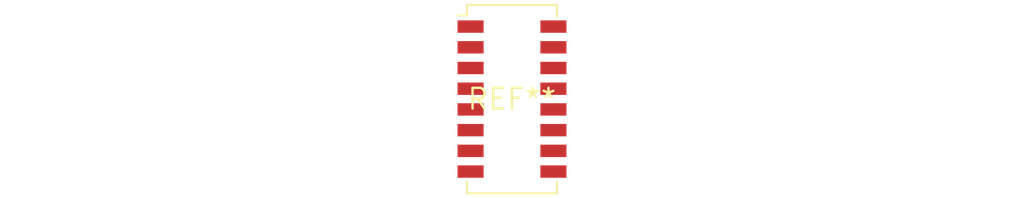
<source format=kicad_pcb>
(kicad_pcb (version 20240108) (generator pcbnew)
  (layers (0 "F.Cu" signal) (31 "B.Cu" signal) (34 "B.Paste" user) (35 "F.Paste" user) (36 "B.SilkS" user "B.Silkscreen") (37 "F.SilkS" user "F.Silkscreen") (38 "B.Mask" user) (39 "F.Mask" user) (44 "Edge.Cuts" user))
  (net 0 "")
  (footprint "SW_DIP_SPSTx08_Slide_Copal_CHS-08A_W5.08mm_P1.27mm_JPin" (layer "F.Cu") (at 0 0)
    (property "Reference" "REF**")
    (property "Value" "SW_DIP_SPSTx08_Slide_Copal_CHS-08A_W5.08mm_P1.27mm_JPin")
    (fp_line (start -3.34 -5.125) (end -2.761 -5.125) (layer "F.SilkS") (stroke (width 0.12)))
    (fp_line (start -2.761 -5.775) (end -2.761 -5.125) (layer "F.SilkS") (stroke (width 0.12)))
    (fp_line (start -2.761 -5.775) (end 2.76 -5.775) (layer "F.SilkS") (stroke (width 0.12)))
    (fp_line (start -2.761 5.065) (end -2.761 5.775) (layer "F.SilkS") (stroke (width 0.12)))
    (fp_line (start -2.761 5.775) (end 2.76 5.775) (layer "F.SilkS") (stroke (width 0.12)))
    (fp_line (start 2.76 -5.775) (end 2.76 -5.065) (layer "F.SilkS") (stroke (width 0.12)))
    (fp_line (start 2.76 5.065) (end 2.76 5.775) (layer "F.SilkS") (stroke (width 0.12)))
    (pad "1" smd rect (at -2.54 -4.445) (size 1.6 0.76) (layers "F.Cu" "F.Paste" "F.Mask"))
    (pad "2" smd rect (at -2.54 -3.175) (size 1.6 0.76) (layers "F.Cu" "F.Paste" "F.Mask"))
    (pad "3" smd rect (at -2.54 -1.905) (size 1.6 0.76) (layers "F.Cu" "F.Paste" "F.Mask"))
    (pad "4" smd rect (at -2.54 -0.635) (size 1.6 0.76) (layers "F.Cu" "F.Paste" "F.Mask"))
    (pad "5" smd rect (at -2.54 0.635) (size 1.6 0.76) (layers "F.Cu" "F.Paste" "F.Mask"))
    (pad "6" smd rect (at -2.54 1.905) (size 1.6 0.76) (layers "F.Cu" "F.Paste" "F.Mask"))
    (pad "7" smd rect (at -2.54 3.175) (size 1.6 0.76) (layers "F.Cu" "F.Paste" "F.Mask"))
    (pad "8" smd rect (at -2.54 4.445) (size 1.6 0.76) (layers "F.Cu" "F.Paste" "F.Mask"))
    (pad "9" smd rect (at 2.54 4.445) (size 1.6 0.76) (layers "F.Cu" "F.Paste" "F.Mask"))
    (pad "10" smd rect (at 2.54 3.175) (size 1.6 0.76) (layers "F.Cu" "F.Paste" "F.Mask"))
    (pad "11" smd rect (at 2.54 1.905) (size 1.6 0.76) (layers "F.Cu" "F.Paste" "F.Mask"))
    (pad "12" smd rect (at 2.54 0.635) (size 1.6 0.76) (layers "F.Cu" "F.Paste" "F.Mask"))
    (pad "13" smd rect (at 2.54 -0.635) (size 1.6 0.76) (layers "F.Cu" "F.Paste" "F.Mask"))
    (pad "14" smd rect (at 2.54 -1.905) (size 1.6 0.76) (layers "F.Cu" "F.Paste" "F.Mask"))
    (pad "15" smd rect (at 2.54 -3.175) (size 1.6 0.76) (layers "F.Cu" "F.Paste" "F.Mask"))
    (pad "16" smd rect (at 2.54 -4.445) (size 1.6 0.76) (layers "F.Cu" "F.Paste" "F.Mask"))
  )
)
</source>
